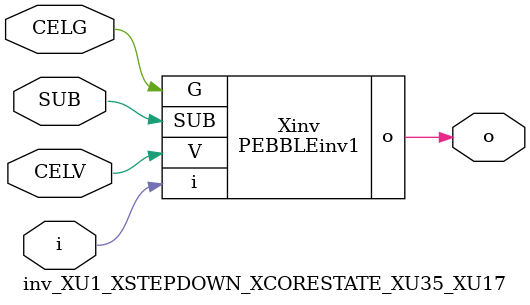
<source format=v>



module PEBBLEinv1 ( o, G, SUB, V, i );

  input V;
  input i;
  input G;
  output o;
  input SUB;
endmodule

//Celera Confidential Do Not Copy inv_XU1_XSTEPDOWN_XCORESTATE_XU35_XU17
//Celera Confidential Symbol Generator
//5V Inverter
module inv_XU1_XSTEPDOWN_XCORESTATE_XU35_XU17 (CELV,CELG,i,o,SUB);
input CELV;
input CELG;
input i;
input SUB;
output o;

//Celera Confidential Do Not Copy inv
PEBBLEinv1 Xinv(
.V (CELV),
.i (i),
.o (o),
.SUB (SUB),
.G (CELG)
);
//,diesize,PEBBLEinv1

//Celera Confidential Do Not Copy Module End
//Celera Schematic Generator
endmodule

</source>
